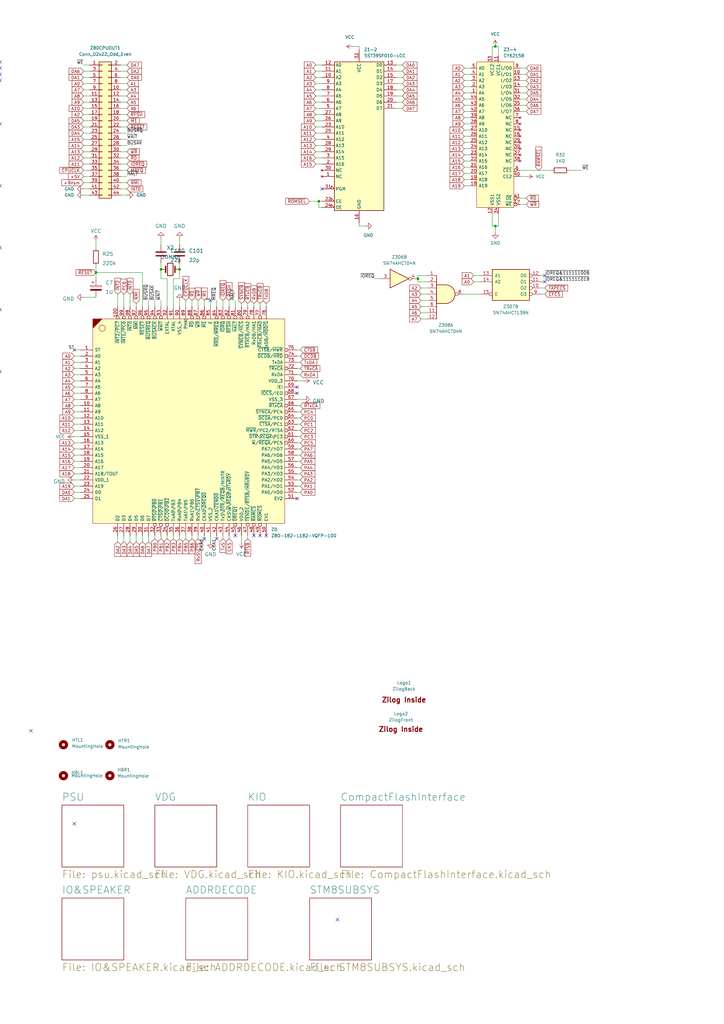
<source format=kicad_sch>
(kicad_sch (version 20211123) (generator eeschema)
  (paper "A3" portrait)
  (title_block (title "JupiterAceZ180") (date "2019-09-14") (rev "Alpha") (company "Ontobus") (comment 1 "John Bradley") (comment 2 "https://creativecommons.org/licenses/by-nc-sa/4.0/") (comment 3 "Attribution-NonCommercial-ShareAlike 4.0 International License.") (comment 4 "This work is licensed under a Creative Commons "))
  (junction (at 39.37 111.76))
  (junction (at 203.2 19.05))
  (junction (at 171.45 114.3))
  (junction (at 66.04 110.49))
  (junction (at 203.2 92.71))
  (junction (at 73.66 110.49))
  (junction (at 130.81 82.55))
  (no_connect (at 138.43 377.19))
  (no_connect (at 0 27.94))
  (no_connect (at -15.24 52.07))
  (no_connect (at -25.4 27.94))
  (no_connect (at -25.4 33.02))
  (no_connect (at -15.24 149.86))
  (no_connect (at 0 76.2))
  (no_connect (at 0 152.4))
  (no_connect (at 12.7 299.72))
  (no_connect (at -15.24 99.06))
  (no_connect (at -15.24 124.46))
  (no_connect (at 109.22 219.71))
  (no_connect (at -40.64 99.06))
  (no_connect (at 0 33.02))
  (no_connect (at 86.36 123.19))
  (no_connect (at -15.24 73.66))
  (no_connect (at 121.92 204.47))
  (no_connect (at 106.68 219.71))
  (no_connect (at 0 30.48))
  (no_connect (at -15.24 127))
  (no_connect (at 121.92 161.29))
  (no_connect (at 83.82 220.98))
  (no_connect (at 0 50.8))
  (no_connect (at -15.24 129.54))
  (no_connect (at 121.92 158.75))
  (no_connect (at 132.08 77.47))
  (no_connect (at -15.24 46.99))
  (no_connect (at -15.24 154.94))
  (no_connect (at 223.52 113.03))
  (no_connect (at 96.52 219.71))
  (no_connect (at -25.4 25.4))
  (no_connect (at -25.4 76.2))
  (no_connect (at -25.4 101.6))
  (no_connect (at -50.8 76.2))
  (no_connect (at -40.64 78.74))
  (no_connect (at 0 127))
  (no_connect (at -15.24 78.74))
  (no_connect (at 223.52 115.57))
  (no_connect (at -40.64 104.14))
  (no_connect (at -66.04 73.66))
  (no_connect (at 30.48 337.82))
  (no_connect (at 0 101.6))
  (no_connect (at -15.24 104.14))
  (no_connect (at -15.24 49.53))
  (no_connect (at 88.9 220.98))
  (no_connect (at 30.48 143.51))
  (no_connect (at -40.64 73.66))
  (no_connect (at 0 25.4))
  (no_connect (at 104.14 219.71))
  (no_connect (at -1.27 67.31))
  (no_connect (at -66.04 78.74))
  (no_connect (at -15.24 54.61))
  (wire (pts (xy 121.92 151.13) (xy 123.19 151.13)))
  (wire (pts (xy 121.92 196.85) (xy 123.19 196.85)))
  (wire (pts (xy 129.54 62.23) (xy 132.08 62.23)))
  (wire (pts (xy 53.34 219.71) (xy 53.34 222.25)))
  (wire (pts (xy 213.36 27.94) (xy 215.9 27.94)))
  (wire (pts (xy 99.06 219.71) (xy 99.06 222.25)))
  (wire (pts (xy 33.02 171.45) (xy 30.48 171.45)))
  (wire (pts (xy 222.25 118.11) (xy 223.52 118.11)))
  (wire (pts (xy 121.92 148.59) (xy 123.19 148.59)))
  (wire (pts (xy 63.5 219.71) (xy 63.5 220.98)))
  (wire (pts (xy 162.56 41.91) (xy 165.1 41.91)))
  (wire (pts (xy 204.47 92.71) (xy 204.47 87.63)))
  (wire (pts (xy 203.2 19.05) (xy 204.47 19.05)))
  (wire (pts (xy 129.54 52.07) (xy 132.08 52.07)))
  (wire (pts (xy 147.32 92.71) (xy 147.32 91.44)))
  (wire (pts (xy 33.02 163.83) (xy 30.48 163.83)))
  (wire (pts (xy 213.36 45.72) (xy 215.9 45.72)))
  (wire (pts (xy 132.08 34.29) (xy 129.54 34.29)))
  (wire (pts (xy 121.92 171.45) (xy 123.19 171.45)))
  (wire (pts (xy 50.8 219.71) (xy 50.8 222.25)))
  (wire (pts (xy 175.26 123.19) (xy 172.72 123.19)))
  (wire (pts (xy 33.02 146.05) (xy 30.48 146.05)))
  (wire (pts (xy 193.04 48.26) (xy 190.5 48.26)))
  (wire (pts (xy 99.06 125.73) (xy 99.06 124.46)))
  (wire (pts (xy 162.56 36.83) (xy 165.1 36.83)))
  (wire (pts (xy 55.88 219.71) (xy 55.88 222.25)))
  (wire (pts (xy 96.52 125.73) (xy 96.52 123.19)))
  (wire (pts (xy 190.5 60.96) (xy 193.04 60.96)))
  (wire (pts (xy 171.45 113.03) (xy 171.45 114.3)))
  (wire (pts (xy 106.68 125.73) (xy 106.68 124.46)))
  (wire (pts (xy 49.53 41.91) (xy 52.07 41.91)))
  (wire (pts (xy 33.02 166.37) (xy 30.48 166.37)))
  (wire (pts (xy 49.53 72.39) (xy 52.07 72.39)))
  (wire (pts (xy 121.92 194.31) (xy 123.19 194.31)))
  (wire (pts (xy 73.66 100.33) (xy 73.66 97.79)))
  (wire (pts (xy 213.36 81.28) (xy 215.9 81.28)))
  (wire (pts (xy 213.36 35.56) (xy 215.9 35.56)))
  (wire (pts (xy 36.83 46.99) (xy 34.29 46.99)))
  (wire (pts (xy 86.36 219.71) (xy 86.36 222.25)))
  (wire (pts (xy 33.02 173.99) (xy 30.48 173.99)))
  (wire (pts (xy 33.02 204.47) (xy 30.48 204.47)))
  (wire (pts (xy 175.26 113.03) (xy 171.45 113.03)))
  (wire (pts (xy 88.9 123.19) (xy 88.9 125.73)))
  (wire (pts (xy 76.2 125.73) (xy 76.2 123.19)))
  (wire (pts (xy 129.54 57.15) (xy 132.08 57.15)))
  (wire (pts (xy 129.54 39.37) (xy 132.08 39.37)))
  (wire (pts (xy 66.04 125.73) (xy 66.04 123.19)))
  (wire (pts (xy 193.04 30.48) (xy 190.5 30.48)))
  (wire (pts (xy 193.04 27.94) (xy 190.5 27.94)))
  (wire (pts (xy 36.83 34.29) (xy 34.29 34.29)))
  (wire (pts (xy 36.83 80.01) (xy 34.29 80.01)))
  (wire (pts (xy 49.53 57.15) (xy 52.07 57.15)))
  (wire (pts (xy 121.92 199.39) (xy 123.19 199.39)))
  (wire (pts (xy 36.83 26.67) (xy 34.29 26.67)))
  (wire (pts (xy 33.02 181.61) (xy 30.48 181.61)))
  (wire (pts (xy 172.72 130.81) (xy 175.26 130.81)))
  (wire (pts (xy 121.92 166.37) (xy 123.19 166.37)))
  (wire (pts (xy 58.42 219.71) (xy 58.42 222.25)))
  (wire (pts (xy 33.02 153.67) (xy 30.48 153.67)))
  (wire (pts (xy 49.53 46.99) (xy 52.07 46.99)))
  (wire (pts (xy 39.37 121.92) (xy 34.29 121.92)))
  (wire (pts (xy 171.45 115.57) (xy 175.26 115.57)))
  (wire (pts (xy 129.54 49.53) (xy 132.08 49.53)))
  (wire (pts (xy 104.14 125.73) (xy 104.14 124.46)))
  (wire (pts (xy 171.45 114.3) (xy 171.45 115.57)))
  (wire (pts (xy 36.83 69.85) (xy 34.29 69.85)))
  (wire (pts (xy 66.04 100.33) (xy 66.04 97.79)))
  (wire (pts (xy 175.26 128.27) (xy 172.72 128.27)))
  (wire (pts (xy 91.44 219.71) (xy 91.44 220.98)))
  (wire (pts (xy 58.42 111.76) (xy 39.37 111.76)))
  (wire (pts (xy 121.92 176.53) (xy 123.19 176.53)))
  (wire (pts (xy 36.83 57.15) (xy 34.29 57.15)))
  (wire (pts (xy 63.5 125.73) (xy 63.5 123.19)))
  (wire (pts (xy 129.54 54.61) (xy 132.08 54.61)))
  (wire (pts (xy 162.56 44.45) (xy 165.1 44.45)))
  (wire (pts (xy 33.02 196.85) (xy 30.48 196.85)))
  (wire (pts (xy 36.83 31.75) (xy 34.29 31.75)))
  (wire (pts (xy 49.53 64.77) (xy 52.07 64.77)))
  (wire (pts (xy 213.36 33.02) (xy 215.9 33.02)))
  (wire (pts (xy 190.5 71.12) (xy 193.04 71.12)))
  (wire (pts (xy 83.82 219.71) (xy 83.82 220.98)))
  (wire (pts (xy 129.54 67.31) (xy 132.08 67.31)))
  (wire (pts (xy 71.12 125.73) (xy 71.12 114.3)))
  (wire (pts (xy 66.04 114.3) (xy 66.04 110.49)))
  (wire (pts (xy 162.56 39.37) (xy 165.1 39.37)))
  (wire (pts (xy 129.54 64.77) (xy 132.08 64.77)))
  (wire (pts (xy 93.98 123.19) (xy 93.98 125.73)))
  (wire (pts (xy 193.04 55.88) (xy 190.5 55.88)))
  (wire (pts (xy 201.93 87.63) (xy 201.93 92.71)))
  (wire (pts (xy 196.85 115.57) (xy 194.31 115.57)))
  (wire (pts (xy 33.02 161.29) (xy 30.48 161.29)))
  (wire (pts (xy 213.36 43.18) (xy 215.9 43.18)))
  (wire (pts (xy 73.66 125.73) (xy 73.66 123.19)))
  (wire (pts (xy 162.56 26.67) (xy 165.1 26.67)))
  (wire (pts (xy 49.53 77.47) (xy 52.07 77.47)))
  (wire (pts (xy 121.92 181.61) (xy 123.19 181.61)))
  (wire (pts (xy 132.08 31.75) (xy 129.54 31.75)))
  (wire (pts (xy 109.22 125.73) (xy 109.22 124.46)))
  (wire (pts (xy 78.74 125.73) (xy 78.74 123.19)))
  (wire (pts (xy 83.82 125.73) (xy 83.82 123.19)))
  (wire (pts (xy 193.04 33.02) (xy 190.5 33.02)))
  (wire (pts (xy 222.25 113.03) (xy 223.52 113.03)))
  (wire (pts (xy 73.66 114.3) (xy 73.66 110.49)))
  (wire (pts (xy 68.58 125.73) (xy 68.58 114.3)))
  (wire (pts (xy 101.6 219.71) (xy 101.6 220.98)))
  (wire (pts (xy 121.92 179.07) (xy 123.19 179.07)))
  (wire (pts (xy 121.92 173.99) (xy 123.19 173.99)))
  (wire (pts (xy 78.74 219.71) (xy 78.74 220.98)))
  (wire (pts (xy 68.58 219.71) (xy 68.58 220.98)))
  (wire (pts (xy 71.12 114.3) (xy 73.66 114.3)))
  (wire (pts (xy 60.96 125.73) (xy 60.96 123.19)))
  (wire (pts (xy 196.85 113.03) (xy 194.31 113.03)))
  (wire (pts (xy 193.04 35.56) (xy 190.5 35.56)))
  (wire (pts (xy 33.02 179.07) (xy 30.48 179.07)))
  (wire (pts (xy 213.36 30.48) (xy 215.9 30.48)))
  (wire (pts (xy 129.54 41.91) (xy 132.08 41.91)))
  (wire (pts (xy 36.83 62.23) (xy 34.29 62.23)))
  (wire (pts (xy 213.36 40.64) (xy 215.9 40.64)))
  (wire (pts (xy 36.83 54.61) (xy 34.29 54.61)))
  (wire (pts (xy 60.96 219.71) (xy 60.96 222.25)))
  (wire (pts (xy 190.5 68.58) (xy 193.04 68.58)))
  (wire (pts (xy 49.53 49.53) (xy 52.07 49.53)))
  (wire (pts (xy 129.54 44.45) (xy 132.08 44.45)))
  (wire (pts (xy 33.02 168.91) (xy 30.48 168.91)))
  (wire (pts (xy 121.92 143.51) (xy 123.19 143.51)))
  (wire (pts (xy 55.88 125.73) (xy 55.88 124.46)))
  (wire (pts (xy 213.36 72.39) (xy 215.9 72.39)))
  (wire (pts (xy 39.37 99.06) (xy 39.37 101.6)))
  (wire (pts (xy 193.04 53.34) (xy 190.5 53.34)))
  (wire (pts (xy 175.26 118.11) (xy 172.72 118.11)))
  (wire (pts (xy 36.83 29.21) (xy 34.29 29.21)))
  (wire (pts (xy 149.86 92.71) (xy 147.32 92.71)))
  (wire (pts (xy 162.56 31.75) (xy 165.1 31.75)))
  (wire (pts (xy 86.36 125.73) (xy 86.36 123.19)))
  (wire (pts (xy 33.02 176.53) (xy 30.48 176.53)))
  (wire (pts (xy 190.5 63.5) (xy 193.04 63.5)))
  (wire (pts (xy 36.83 39.37) (xy 34.29 39.37)))
  (wire (pts (xy 48.26 125.73) (xy 48.26 120.65)))
  (wire (pts (xy 36.83 67.31) (xy 34.29 67.31)))
  (wire (pts (xy 39.37 109.22) (xy 39.37 111.76)))
  (wire (pts (xy 33.02 201.93) (xy 30.48 201.93)))
  (wire (pts (xy 36.83 41.91) (xy 34.29 41.91)))
  (wire (pts (xy 93.98 219.71) (xy 93.98 220.98)))
  (wire (pts (xy 73.66 110.49) (xy 73.66 107.95)))
  (wire (pts (xy 73.66 219.71) (xy 73.66 220.98)))
  (wire (pts (xy 193.04 43.18) (xy 190.5 43.18)))
  (wire (pts (xy 36.83 36.83) (xy 34.29 36.83)))
  (wire (pts (xy 162.56 34.29) (xy 165.1 34.29)))
  (wire (pts (xy 36.83 44.45) (xy 34.29 44.45)))
  (wire (pts (xy 196.85 120.65) (xy 190.5 120.65)))
  (wire (pts (xy 33.02 143.51) (xy 30.48 143.51)))
  (wire (pts (xy 129.54 59.69) (xy 132.08 59.69)))
  (wire (pts (xy 121.92 201.93) (xy 123.19 201.93)))
  (wire (pts (xy 33.02 158.75) (xy 30.48 158.75)))
  (wire (pts (xy 233.68 69.85) (xy 238.76 69.85)))
  (wire (pts (xy 66.04 110.49) (xy 66.04 107.95)))
  (wire (pts (xy 50.8 125.73) (xy 50.8 120.65)))
  (wire (pts (xy 88.9 219.71) (xy 88.9 220.98)))
  (wire (pts (xy 49.53 80.01) (xy 52.07 80.01)))
  (wire (pts (xy 49.53 52.07) (xy 52.07 52.07)))
  (wire (pts (xy 49.53 69.85) (xy 52.07 69.85)))
  (wire (pts (xy 33.02 184.15) (xy 30.48 184.15)))
  (wire (pts (xy 81.28 219.71) (xy 81.28 220.98)))
  (wire (pts (xy 49.53 54.61) (xy 52.07 54.61)))
  (wire (pts (xy 49.53 44.45) (xy 52.07 44.45)))
  (wire (pts (xy 222.25 115.57) (xy 223.52 115.57)))
  (wire (pts (xy 193.04 45.72) (xy 190.5 45.72)))
  (wire (pts (xy 201.93 92.71) (xy 203.2 92.71)))
  (wire (pts (xy 204.47 19.05) (xy 204.47 22.86)))
  (wire (pts (xy 213.36 69.85) (xy 226.06 69.85)))
  (wire (pts (xy 36.83 72.39) (xy 34.29 72.39)))
  (wire (pts (xy 49.53 26.67) (xy 52.07 26.67)))
  (wire (pts (xy 172.72 120.65) (xy 175.26 120.65)))
  (wire (pts (xy 203.2 95.25) (xy 203.2 92.71)))
  (wire (pts (xy 33.02 151.13) (xy 30.48 151.13)))
  (wire (pts (xy 127 82.55) (xy 130.81 82.55)))
  (wire (pts (xy 129.54 46.99) (xy 132.08 46.99)))
  (wire (pts (xy 49.53 29.21) (xy 52.07 29.21)))
  (wire (pts (xy 39.37 111.76) (xy 39.37 114.3)))
  (wire (pts (xy 153.67 114.3) (xy 156.21 114.3)))
  (wire (pts (xy 121.92 146.05) (xy 123.19 146.05)))
  (wire (pts (xy 33.02 199.39) (xy 30.48 199.39)))
  (wire (pts (xy 53.34 125.73) (xy 53.34 120.65)))
  (wire (pts (xy 190.5 73.66) (xy 193.04 73.66)))
  (wire (pts (xy 66.04 219.71) (xy 66.04 220.98)))
  (wire (pts (xy 33.02 191.77) (xy 30.48 191.77)))
  (wire (pts (xy 49.53 36.83) (xy 52.07 36.83)))
  (wire (pts (xy 132.08 26.67) (xy 129.54 26.67)))
  (wire (pts (xy 76.2 219.71) (xy 76.2 220.98)))
  (wire (pts (xy 193.04 50.8) (xy 190.5 50.8)))
  (wire (pts (xy 121.92 163.83) (xy 124.46 163.83)))
  (wire (pts (xy 58.42 125.73) (xy 58.42 111.76)))
  (wire (pts (xy 36.83 64.77) (xy 34.29 64.77)))
  (wire (pts (xy 121.92 184.15) (xy 123.19 184.15)))
  (wire (pts (xy 121.92 156.21) (xy 124.46 156.21)))
  (wire (pts (xy 49.53 62.23) (xy 52.07 62.23)))
  (wire (pts (xy 49.53 31.75) (xy 52.07 31.75)))
  (wire (pts (xy 36.83 59.69) (xy 34.29 59.69)))
  (wire (pts (xy 121.92 189.23) (xy 123.19 189.23)))
  (wire (pts (xy 33.02 194.31) (xy 30.48 194.31)))
  (wire (pts (xy 203.2 92.71) (xy 204.47 92.71)))
  (wire (pts (xy 121.92 168.91) (xy 123.19 168.91)))
  (wire (pts (xy 52.07 74.93) (xy 49.53 74.93)))
  (wire (pts (xy 68.58 114.3) (xy 66.04 114.3)))
  (wire (pts (xy 147.32 19.05) (xy 144.78 19.05)))
  (wire (pts (xy 36.83 52.07) (xy 34.29 52.07)))
  (wire (pts (xy 132.08 85.09) (xy 130.81 85.09)))
  (wire (pts (xy 36.83 74.93) (xy 34.29 74.93)))
  (wire (pts (xy 190.5 76.2) (xy 193.04 76.2)))
  (wire (pts (xy 121.92 153.67) (xy 123.19 153.67)))
  (wire (pts (xy 213.36 38.1) (xy 215.9 38.1)))
  (wire (pts (xy 33.02 186.69) (xy 30.48 186.69)))
  (wire (pts (xy 130.81 85.09) (xy 130.81 82.55)))
  (wire (pts (xy 36.83 49.53) (xy 34.29 49.53)))
  (wire (pts (xy 193.04 40.64) (xy 190.5 40.64)))
  (wire (pts (xy 132.08 82.55) (xy 130.81 82.55)))
  (wire (pts (xy 49.53 39.37) (xy 52.07 39.37)))
  (wire (pts (xy 162.56 29.21) (xy 165.1 29.21)))
  (wire (pts (xy 81.28 125.73) (xy 81.28 123.19)))
  (wire (pts (xy 222.25 120.65) (xy 223.52 120.65)))
  (wire (pts (xy 129.54 36.83) (xy 132.08 36.83)))
  (wire (pts (xy 193.04 38.1) (xy 190.5 38.1)))
  (wire (pts (xy 33.02 148.59) (xy 30.48 148.59)))
  (wire (pts (xy 172.72 125.73) (xy 175.26 125.73)))
  (wire (pts (xy 49.53 67.31) (xy 52.07 67.31)))
  (wire (pts (xy 190.5 66.04) (xy 193.04 66.04)))
  (wire (pts (xy 101.6 125.73) (xy 101.6 124.46)))
  (wire (pts (xy 132.08 29.21) (xy 129.54 29.21)))
  (wire (pts (xy 49.53 59.69) (xy 52.07 59.69)))
  (wire (pts (xy 193.04 58.42) (xy 190.5 58.42)))
  (wire (pts (xy 121.92 186.69) (xy 123.19 186.69)))
  (wire (pts (xy 71.12 219.71) (xy 71.12 220.98)))
  (wire (pts (xy 33.02 156.21) (xy 30.48 156.21)))
  (wire (pts (xy 147.32 20.32) (xy 147.32 19.05)))
  (wire (pts (xy 34.29 77.47) (xy 36.83 77.47)))
  (wire (pts (xy 201.93 22.86) (xy 201.93 19.05)))
  (wire (pts (xy 91.44 125.73) (xy 91.44 123.19)))
  (wire (pts (xy 33.02 189.23) (xy 30.48 189.23)))
  (wire (pts (xy 121.92 191.77) (xy 123.19 191.77)))
  (wire (pts (xy 48.26 219.71) (xy 48.26 222.25)))
  (wire (pts (xy 213.36 83.82) (xy 215.9 83.82)))
  (wire (pts (xy 49.53 34.29) (xy 52.07 34.29)))
  (wire (pts (xy 201.93 19.05) (xy 203.2 19.05)))
  (label "~{BUSRQ}" (at 60.96 123.19 90))
  (label "~{MREQ}" (at 88.9 123.19 90))
  (label "E" (at 86.36 123.19 90))
  (label "CKA1" (at 88.9 220.98 270))
  (label "~{BUSAK}" (at 52.07 59.69 0))
  (label "CKA0" (at 83.82 220.98 270))
  (label "ST" (at 30.48 143.51 180))
  (label "~{IOREQ&11111100B}" (at 223.52 113.03 0))
  (label "~{HALT}" (at 52.07 72.39 0))
  (label "~{HALT}" (at 96.52 123.19 90))
  (label "~{WAIT}" (at 52.07 57.15 0))
  (label "~{WAIT}" (at 66.04 123.19 90))
  (label "~{IOREQ}" (at 153.67 114.3 180))
  (label "~{IOREQ&11111101B}" (at 223.52 115.57 0))
  (label "~{WE}" (at 238.76 69.85 0))
  (label "~{WE}" (at 34.29 26.67 180))
  (label "~{BUSAK}" (at 63.5 123.19 90))
  (label "~{BUSRQ}" (at 52.07 54.61 0))
  (global_label "A9" (shape input) (at 129.54 49.53 180) (property "Intersheet References" "${INTERSHEET_REFS}" (at 124.9177 49.4506 0) (effects (justify right))))
  (global_label "A5" (shape input) (at 52.07 41.91 0) (property "Intersheet References" "${INTERSHEET_REFS}" (at 56.6923 41.8306 0) (effects (justify left))))
  (global_label "A2" (shape input) (at 190.5 33.02 180) (property "Intersheet References" "${INTERSHEET_REFS}" (at 185.8777 32.9406 0) (effects (justify right))))
  (global_label "PA6" (shape input) (at 123.19 186.69 0) (property "Intersheet References" "${INTERSHEET_REFS}" (at 129.0823 186.6106 0) (effects (justify left))))
  (global_label "A5" (shape input) (at 172.72 125.73 180) (property "Intersheet References" "${INTERSHEET_REFS}" (at 168.0977 125.6506 0) (effects (justify right))))
  (global_label "A5" (shape input) (at 190.5 40.64 180) (property "Intersheet References" "${INTERSHEET_REFS}" (at 185.8777 40.5606 0) (effects (justify right))))
  (global_label "DA6" (shape input) (at 58.42 222.25 270) (property "Intersheet References" "${INTERSHEET_REFS}" (at 58.3406 228.1423 90) (effects (justify right))))
  (global_label "A15" (shape input) (at 190.5 66.04 180) (property "Intersheet References" "${INTERSHEET_REFS}" (at 184.6682 65.9606 0) (effects (justify right))))
  (global_label "PA7" (shape input) (at 123.19 184.15 0) (property "Intersheet References" "${INTERSHEET_REFS}" (at 129.0823 184.0706 0) (effects (justify left))))
  (global_label "A7" (shape input) (at 34.29 36.83 180) (property "Intersheet References" "${INTERSHEET_REFS}" (at 29.6677 36.7506 0) (effects (justify right))))
  (global_label "DA0" (shape input) (at 165.1 26.67 0) (property "Intersheet References" "${INTERSHEET_REFS}" (at 170.9923 26.5906 0) (effects (justify left))))
  (global_label "A13" (shape input) (at 190.5 60.96 180) (property "Intersheet References" "${INTERSHEET_REFS}" (at 184.6682 60.8806 0) (effects (justify right))))
  (global_label "~{RTxCA}" (shape input) (at 123.19 166.37 0) (property "Intersheet References" "${INTERSHEET_REFS}" (at 131.1385 166.2906 0) (effects (justify left))))
  (global_label "DA4" (shape input) (at 165.1 36.83 0) (property "Intersheet References" "${INTERSHEET_REFS}" (at 170.9923 36.7506 0) (effects (justify left))))
  (global_label "~{RAMSEL}" (shape input) (at 220.98 69.85 90) (property "Intersheet References" "${INTERSHEET_REFS}" (at 220.9006 60.3291 90) (effects (justify left))))
  (global_label "A14" (shape input) (at 30.48 184.15 180) (property "Intersheet References" "${INTERSHEET_REFS}" (at 24.6482 184.0706 0) (effects (justify right))))
  (global_label "CKS" (shape input) (at 93.98 220.98 270) (property "Intersheet References" "${INTERSHEET_REFS}" (at 93.9006 227.0537 90) (effects (justify right))))
  (global_label "PC1" (shape input) (at 123.19 173.99 0) (property "Intersheet References" "${INTERSHEET_REFS}" (at 129.2637 173.9106 0) (effects (justify left))))
  (global_label "A6" (shape input) (at 172.72 128.27 180) (property "Intersheet References" "${INTERSHEET_REFS}" (at 168.0977 128.1906 0) (effects (justify right))))
  (global_label "A0" (shape input) (at 194.31 115.57 180) (property "Intersheet References" "${INTERSHEET_REFS}" (at 189.6877 115.4906 0) (effects (justify right))))
  (global_label "~{CFCS}" (shape input) (at 223.52 120.65 0) (property "Intersheet References" "${INTERSHEET_REFS}" (at 230.6823 120.5706 0) (effects (justify left))))
  (global_label "DA7" (shape input) (at 52.07 26.67 0) (property "Intersheet References" "${INTERSHEET_REFS}" (at 57.9623 26.5906 0) (effects (justify left))))
  (global_label "~{WR}" (shape input) (at 52.07 62.23 0) (property "Intersheet References" "${INTERSHEET_REFS}" (at 57.1156 62.1506 0) (effects (justify left))))
  (global_label "PC3" (shape input) (at 123.19 179.07 0) (property "Intersheet References" "${INTERSHEET_REFS}" (at 129.2637 178.9906 0) (effects (justify left))))
  (global_label "DA0" (shape input) (at 215.9 27.94 0) (property "Intersheet References" "${INTERSHEET_REFS}" (at 221.7923 27.8606 0) (effects (justify left))))
  (global_label "A6" (shape input) (at 129.54 41.91 180) (property "Intersheet References" "${INTERSHEET_REFS}" (at 124.9177 41.8306 0) (effects (justify right))))
  (global_label "A2" (shape input) (at 129.54 31.75 180) (property "Intersheet References" "${INTERSHEET_REFS}" (at 124.9177 31.6706 0) (effects (justify right))))
  (global_label "PC5" (shape input) (at 123.19 181.61 0) (property "Intersheet References" "${INTERSHEET_REFS}" (at 129.2637 181.5306 0) (effects (justify left))))
  (global_label "A7" (shape input) (at 30.48 163.83 180) (property "Intersheet References" "${INTERSHEET_REFS}" (at 25.8577 163.7506 0) (effects (justify right))))
  (global_label "~{RD}" (shape input) (at 215.9 81.28 0) (property "Intersheet References" "${INTERSHEET_REFS}" (at 220.7642 81.2006 0) (effects (justify left))))
  (global_label "+9Vsm" (shape input) (at 34.29 74.93 180) (property "Intersheet References" "${INTERSHEET_REFS}" (at 25.3739 74.8506 0) (effects (justify right))))
  (global_label "A11" (shape input) (at 30.48 173.99 180) (property "Intersheet References" "${INTERSHEET_REFS}" (at 24.6482 173.9106 0) (effects (justify right))))
  (global_label "PB0" (shape input) (at 63.5 220.98 270) (property "Intersheet References" "${INTERSHEET_REFS}" (at 63.4206 227.0537 90) (effects (justify right))))
  (global_label "A18" (shape input) (at 190.5 73.66 180) (property "Intersheet References" "${INTERSHEET_REFS}" (at 184.6682 73.5806 0) (effects (justify right))))
  (global_label "~{RESET}" (shape input) (at 39.37 111.76 180) (property "Intersheet References" "${INTERSHEET_REFS}" (at 31.3006 111.6806 0) (effects (justify right))))
  (global_label "DA4" (shape input) (at 34.29 54.61 180) (property "Intersheet References" "${INTERSHEET_REFS}" (at 28.3977 54.5306 0) (effects (justify right))))
  (global_label "A19" (shape input) (at 30.48 199.39 180) (property "Intersheet References" "${INTERSHEET_REFS}" (at 24.6482 199.3106 0) (effects (justify right))))
  (global_label "~{INT0}" (shape input) (at 52.07 77.47 0) (property "Intersheet References" "${INTERSHEET_REFS}" (at 58.5066 77.3906 0) (effects (justify left))))
  (global_label "DA7" (shape input) (at 60.96 222.25 270) (property "Intersheet References" "${INTERSHEET_REFS}" (at 60.8806 228.1423 90) (effects (justify right))))
  (global_label "A7" (shape input) (at 129.54 44.45 180) (property "Intersheet References" "${INTERSHEET_REFS}" (at 124.9177 44.3706 0) (effects (justify right))))
  (global_label "~{RD}" (shape input) (at 78.74 123.19 90) (property "Intersheet References" "${INTERSHEET_REFS}" (at 78.6606 118.3258 90) (effects (justify left))))
  (global_label "PA2" (shape input) (at 123.19 196.85 0) (property "Intersheet References" "${INTERSHEET_REFS}" (at 129.0823 196.7706 0) (effects (justify left))))
  (global_label "A4" (shape input) (at 30.48 156.21 180) (property "Intersheet References" "${INTERSHEET_REFS}" (at 25.8577 156.1306 0) (effects (justify right))))
  (global_label "A12" (shape input) (at 190.5 58.42 180) (property "Intersheet References" "${INTERSHEET_REFS}" (at 184.6682 58.3406 0) (effects (justify right))))
  (global_label "A1" (shape input) (at 194.31 113.03 180) (property "Intersheet References" "${INTERSHEET_REFS}" (at 189.6877 112.9506 0) (effects (justify right))))
  (global_label "A4" (shape input) (at 172.72 123.19 180) (property "Intersheet References" "${INTERSHEET_REFS}" (at 168.0977 123.1106 0) (effects (justify right))))
  (global_label "A10" (shape input) (at 30.48 171.45 180) (property "Intersheet References" "${INTERSHEET_REFS}" (at 24.6482 171.3706 0) (effects (justify right))))
  (global_label "~{INT0}" (shape input) (at 53.34 120.65 90) (property "Intersheet References" "${INTERSHEET_REFS}" (at 53.2606 114.2134 90) (effects (justify left))))
  (global_label "A18" (shape input) (at 30.48 194.31 180) (property "Intersheet References" "${INTERSHEET_REFS}" (at 24.6482 194.2306 0) (effects (justify right))))
  (global_label "RxDB" (shape input) (at 104.14 124.46 90) (property "Intersheet References" "${INTERSHEET_REFS}" (at 104.0606 117.2977 90) (effects (justify left))))
  (global_label "~{TRxCA}" (shape input) (at 123.19 151.13 0) (property "Intersheet References" "${INTERSHEET_REFS}" (at 131.1385 151.0506 0) (effects (justify left))))
  (global_label "A2" (shape input) (at 30.48 151.13 180) (property "Intersheet References" "${INTERSHEET_REFS}" (at 25.8577 151.0506 0) (effects (justify right))))
  (global_label "A11" (shape input) (at 190.5 55.88 180) (property "Intersheet References" "${INTERSHEET_REFS}" (at 184.6682 55.8006 0) (effects (justify right))))
  (global_label "DA3" (shape input) (at 50.8 222.25 270) (property "Intersheet References" "${INTERSHEET_REFS}" (at 50.7206 228.1423 90) (effects (justify right))))
  (global_label "A14" (shape input) (at 34.29 59.69 180) (property "Intersheet References" "${INTERSHEET_REFS}" (at 28.4582 59.6106 0) (effects (justify right))))
  (global_label "A0" (shape input) (at 129.54 26.67 180) (property "Intersheet References" "${INTERSHEET_REFS}" (at 124.9177 26.5906 0) (effects (justify right))))
  (global_label "A12" (shape input) (at 129.54 57.15 180) (property "Intersheet References" "${INTERSHEET_REFS}" (at 123.7082 57.0706 0) (effects (justify right))))
  (global_label "A9" (shape input) (at 30.48 168.91 180) (property "Intersheet References" "${INTERSHEET_REFS}" (at 25.8577 168.8306 0) (effects (justify right))))
  (global_label "A10" (shape input) (at 34.29 44.45 180) (property "Intersheet References" "${INTERSHEET_REFS}" (at 28.4582 44.3706 0) (effects (justify right))))
  (global_label "PC4" (shape input) (at 123.19 168.91 0) (property "Intersheet References" "${INTERSHEET_REFS}" (at 129.2637 168.8306 0) (effects (justify left))))
  (global_label "DA5" (shape input) (at 55.88 222.25 270) (property "Intersheet References" "${INTERSHEET_REFS}" (at 55.8006 228.1423 90) (effects (justify right))))
  (global_label "DA1" (shape input) (at 34.29 31.75 180) (property "Intersheet References" "${INTERSHEET_REFS}" (at 28.3977 31.6706 0) (effects (justify right))))
  (global_label "A5" (shape input) (at 30.48 158.75 180) (property "Intersheet References" "${INTERSHEET_REFS}" (at 25.8577 158.6706 0) (effects (justify right))))
  (global_label "~{NMI}" (shape input) (at 55.88 124.46 90) (property "Intersheet References" "${INTERSHEET_REFS}" (at 55.8006 118.7491 90) (effects (justify left))))
  (global_label "A3" (shape input) (at 52.07 36.83 0) (property "Intersheet References" "${INTERSHEET_REFS}" (at 56.6923 36.7506 0) (effects (justify left))))
  (global_label "A7" (shape input) (at 172.72 130.81 180) (property "Intersheet References" "${INTERSHEET_REFS}" (at 168.0977 130.7306 0) (effects (justify right))))
  (global_label "DA1" (shape input) (at 215.9 30.48 0) (property "Intersheet References" "${INTERSHEET_REFS}" (at 221.7923 30.4006 0) (effects (justify left))))
  (global_label "~{TAPECS}" (shape input) (at 223.52 118.11 0) (property "Intersheet References" "${INTERSHEET_REFS}" (at 232.799 118.0306 0) (effects (justify left))))
  (global_label "A12" (shape input) (at 30.48 176.53 180) (property "Intersheet References" "${INTERSHEET_REFS}" (at 24.6482 176.4506 0) (effects (justify right))))
  (global_label "A15" (shape input) (at 34.29 57.15 180) (property "Intersheet References" "${INTERSHEET_REFS}" (at 28.4582 57.0706 0) (effects (justify right))))
  (global_label "A19" (shape input) (at 190.5 76.2 180) (property "Intersheet References" "${INTERSHEET_REFS}" (at 184.6682 76.1206 0) (effects (justify right))))
  (global_label "~{M1}" (shape input) (at 83.82 123.19 90) (property "Intersheet References" "${INTERSHEET_REFS}" (at 83.7406 118.2048 90) (effects (justify left))))
  (global_label "A0" (shape input) (at 34.29 34.29 180) (property "Intersheet References" "${INTERSHEET_REFS}" (at 29.6677 34.2106 0) (effects (justify right))))
  (global_label "DA5" (shape input) (at 215.9 38.1 0) (property "Intersheet References" "${INTERSHEET_REFS}" (at 221.7923 38.0206 0) (effects (justify left))))
  (global_label "A4" (shape input) (at 190.5 38.1 180) (property "Intersheet References" "${INTERSHEET_REFS}" (at 185.8777 38.0206 0) (effects (justify right))))
  (global_label "DA2" (shape input) (at 48.26 222.25 270) (property "Intersheet References" "${INTERSHEET_REFS}" (at 48.1806 228.1423 90) (effects (justify right))))
  (global_label "A1" (shape input) (at 190.5 30.48 180) (property "Intersheet References" "${INTERSHEET_REFS}" (at 185.8777 30.4006 0) (effects (justify right))))
  (global_label "PC6" (shape input) (at 50.8 120.65 90) (property "Intersheet References" "${INTERSHEET_REFS}" (at 50.7206 114.5763 90) (effects (justify left))))
  (global_label "A8" (shape input) (at 129.54 46.99 180) (property "Intersheet References" "${INTERSHEET_REFS}" (at 124.9177 46.9106 0) (effects (justify right))))
  (global_label "+5V" (shape input) (at 34.29 72.39 180) (property "Intersheet References" "${INTERSHEET_REFS}" (at 28.0953 72.3106 0) (effects (justify right))))
  (global_label "A13" (shape input) (at 129.54 59.69 180) (property "Intersheet References" "${INTERSHEET_REFS}" (at 123.7082 59.6106 0) (effects (justify right))))
  (global_label "DA3" (shape input) (at 215.9 35.56 0) (property "Intersheet References" "${INTERSHEET_REFS}" (at 221.7923 35.4806 0) (effects (justify left))))
  (global_label "TxS" (shape input) (at 91.44 220.98 270) (property "Intersheet References" "${INTERSHEET_REFS}" (at 91.3606 226.5094 90) (effects (justify right))))
  (global_label "A15" (shape input) (at 30.48 186.69 180) (property "Intersheet References" "${INTERSHEET_REFS}" (at 24.6482 186.6106 0) (effects (justify right))))
  (global_label "PA3" (shape input) (at 123.19 194.31 0) (property "Intersheet References" "${INTERSHEET_REFS}" (at 129.0823 194.2306 0) (effects (justify left))))
  (global_label "A4" (shape input) (at 52.07 39.37 0) (property "Intersheet References" "${INTERSHEET_REFS}" (at 56.6923 39.2906 0) (effects (justify left))))
  (global_label "PB5" (shape input) (at 76.2 220.98 270) (property "Intersheet References" "${INTERSHEET_REFS}" (at 76.1206 227.0537 90) (effects (justify right))))
  (global_label "A5" (shape input) (at 129.54 39.37 180) (property "Intersheet References" "${INTERSHEET_REFS}" (at 124.9177 39.2906 0) (effects (justify right))))
  (global_label "A11" (shape input) (at 129.54 54.61 180) (property "Intersheet References" "${INTERSHEET_REFS}" (at 123.7082 54.5306 0) (effects (justify right))))
  (global_label "A6" (shape input) (at 30.48 161.29 180) (property "Intersheet References" "${INTERSHEET_REFS}" (at 25.8577 161.2106 0) (effects (justify right))))
  (global_label "DA2" (shape input) (at 52.07 29.21 0) (property "Intersheet References" "${INTERSHEET_REFS}" (at 57.9623 29.1306 0) (effects (justify left))))
  (global_label "~{RTSB}" (shape input) (at 101.6 220.98 270) (property "Intersheet References" "${INTERSHEET_REFS}" (at 101.5206 228.0213 90) (effects (justify right))))
  (global_label "~{WR}" (shape input) (at 215.9 83.82 0) (property "Intersheet References" "${INTERSHEET_REFS}" (at 220.9456 83.7406 0) (effects (justify left))))
  (global_label "TxDB" (shape input) (at 109.22 124.46 90) (property "Intersheet References" "${INTERSHEET_REFS}" (at 109.1406 117.6001 90) (effects (justify left))))
  (global_label "~{ROMSEL}" (shape input) (at 127 82.55 180) (property "Intersheet References" "${INTERSHEET_REFS}" (at 117.2372 82.4706 0) (effects (justify right))))
  (global_label "PB3" (shape input) (at 71.12 220.98 270) (property "Intersheet References" "${INTERSHEET_REFS}" (at 71.0406 227.0537 90) (effects (justify right))))
  (global_label "A1" (shape input) (at 52.07 34.29 0) (property "Intersheet References" "${INTERSHEET_REFS}" (at 56.6923 34.2106 0) (effects (justify left))))
  (global_label "PA1" (shape input) (at 123.19 199.39 0) (property "Intersheet References" "${INTERSHEET_REFS}" (at 129.0823 199.3106 0) (effects (justify left))))
  (global_label "A0" (shape input) (at 190.5 27.94 180) (property "Intersheet References" "${INTERSHEET_REFS}" (at 185.8777 27.8606 0) (effects (justify right))))
  (global_label "A3" (shape input) (at 30.48 153.67 180) (property "Intersheet References" "${INTERSHEET_REFS}" (at 25.8577 153.5906 0) (effects (justify right))))
  (global_label "A15" (shape input) (at 129.54 67.31 180) (property "Intersheet References" "${INTERSHEET_REFS}" (at 123.7082 67.2306 0) (effects (justify right))))
  (global_label "DA6" (shape input) (at 215.9 43.18 0) (property "Intersheet References" "${INTERSHEET_REFS}" (at 221.7923 43.1006 0) (effects (justify left))))
  (global_label "A11" (shape input) (at 34.29 67.31 180) (property "Intersheet References" "${INTERSHEET_REFS}" (at 28.4582 67.2306 0) (effects (justify right))))
  (global_label "~{DCDB}" (shape input) (at 123.19 146.05 0) (property "Intersheet References" "${INTERSHEET_REFS}" (at 130.5942 145.9706 0) (effects (justify left))))
  (global_label "DA6" (shape input) (at 34.29 29.21 180) (property "Intersheet References" "${INTERSHEET_REFS}" (at 28.3977 29.1306 0) (effects (justify right))))
  (global_label "A16" (shape input) (at 129.54 64.77 180) (property "Intersheet References" "${INTERSHEET_REFS}" (at 123.7082 64.6906 0) (effects (justify right))))
  (global_label "~{SYNCB}" (shape input) (at 99.06 124.46 90) (property "Intersheet References" "${INTERSHEET_REFS}" (at 98.9806 115.9672 90) (effects (justify left))))
  (global_label "~{M1}" (shape input) (at 52.07 49.53 0) (property "Intersheet References" "${INTERSHEET_REFS}" (at 57.0552 49.4506 0) (effects (justify left))))
  (global_label "A13" (shape input) (at 30.48 181.61 180) (property "Intersheet References" "${INTERSHEET_REFS}" (at 24.6482 181.5306 0) (effects (justify right))))
  (global_label "A16" (shape input) (at 190.5 68.58 180) (property "Intersheet References" "${INTERSHEET_REFS}" (at 184.6682 68.5006 0) (effects (justify right))))
  (global_label "DA2" (shape input) (at 165.1 31.75 0) (property "Intersheet References" "${INTERSHEET_REFS}" (at 170.9923 31.6706 0) (effects (justify left))))
  (global_label "DA5" (shape input) (at 34.29 49.53 180) (property "Intersheet References" "${INTERSHEET_REFS}" (at 28.3977 49.4506 0) (effects (justify right))))
  (global_label "DA4" (shape input) (at 53.34 222.25 270) (property "Intersheet References" "${INTERSHEET_REFS}" (at 53.2606 228.1423 90) (effects (justify right))))
  (global_label "~{RFSH}" (shape input) (at 93.98 123.19 90) (property "Intersheet References" "${INTERSHEET_REFS}" (at 93.9006 115.9672 90) (effects (justify left))))
  (global_label "PB1" (shape input) (at 66.04 220.98 270) (property "Intersheet References" "${INTERSHEET_REFS}" (at 65.9606 227.0537 90) (effects (justify right))))
  (global_label "~{MREQ}" (shape input) (at 52.07 69.85 0) (property "Intersheet References" "${INTERSHEET_REFS}" (at 59.5952 69.7706 0) (effects (justify left))))
  (global_label "~{IOREQ}" (shape input) (at 91.44 123.19 90) (property "Intersheet References" "${INTERSHEET_REFS}" (at 91.3606 115.181 90) (effects (justify left))))
  (global_label "TxDA" (shape input) (at 123.19 148.59 0) (property "Intersheet References" "${INTERSHEET_REFS}" (at 129.8685 148.5106 0) (effects (justify left))))
  (global_label "A10" (shape input) (at 129.54 52.07 180) (property "Intersheet References" "${INTERSHEET_REFS}" (at 123.7082 51.9906 0) (effects (justify right))))
  (global_label "~{NMI}" (shape input) (at 52.07 74.93 0) (property "Intersheet References" "${INTERSHEET_REFS}" (at 57.7809 74.8506 0) (effects (justify left))))
  (global_label "~{RD}" (shape input) (at 52.07 64.77 0) (property "Intersheet References" "${INTERSHEET_REFS}" (at 56.9342 64.6906 0) (effects (justify left))))
  (global_label "DA2" (shape input) (at 215.9 33.02 0) (property "Intersheet References" "${INTERSHEET_REFS}" (at 221.7923 32.9406 0) (effects (justify left))))
  (global_label "A9" (shape input) (at 34.29 41.91 180) (property "Intersheet References" "${INTERSHEET_REFS}" (at 29.6677 41.8306 0) (effects (justify right))))
  (global_label "A1" (shape input) (at 129.54 29.21 180) (property "Intersheet References" "${INTERSHEET_REFS}" (at 124.9177 29.1306 0) (effects (justify right))))
  (global_label "A3" (shape input) (at 129.54 34.29 180) (property "Intersheet References" "${INTERSHEET_REFS}" (at 124.9177 34.2106 0) (effects (justify right))))
  (global_label "PB6" (shape input) (at 78.74 220.98 270) (property "Intersheet References" "${INTERSHEET_REFS}" (at 78.6606 227.0537 90) (effects (justify right))))
  (global_label "PC2" (shape input) (at 123.19 176.53 0) (property "Intersheet References" "${INTERSHEET_REFS}" (at 129.2637 176.4506 0) (effects (justify left))))
  (global_label "PB2" (shape input) (at 68.58 220.98 270) (property "Intersheet References" "${INTERSHEET_REFS}" (at 68.5006 227.0537 90) (effects (justify right))))
  (global_label "A13" (shape input) (at 34.29 62.23 180) (property "Intersheet References" "${INTERSHEET_REFS}" (at 28.4582 62.1506 0) (effects (justify right))))
  (global_label "DA0" (shape input) (at 30.48 201.93 180) (property "Intersheet References" "${INTERSHEET_REFS}" (at 24.5877 201.8506 0) (effects (justify right))))
  (global_label "PC0" (shape input) (at 123.19 171.45 0) (property "Intersheet References" "${INTERSHEET_REFS}" (at 129.2637 171.3706 0) (effects (justify left))))
  (global_label "A0" (shape input) (at 30.48 146.05 180) (property "Intersheet References" "${INTERSHEET_REFS}" (at 25.8577 145.9706 0) (effects (justify right))))
  (global_label "PA5" (shape input) (at 123.19 189.23 0) (property "Intersheet References" "${INTERSHEET_REFS}" (at 129.0823 189.1506 0) (effects (justify left))))
  (global_label "A9" (shape input) (at 190.5 50.8 180) (property "Intersheet References" "${INTERSHEET_REFS}" (at 185.8777 50.7206 0) (effects (justify right))))
  (global_label "~{RTxCB}" (shape input) (at 101.6 124.46 90) (property "Intersheet References" "${INTERSHEET_REFS}" (at 101.5206 116.3301 90) (effects (justify left))))
  (global_label "DA5" (shape input) (at 165.1 39.37 0) (property "Intersheet References" "${INTERSHEET_REFS}" (at 170.9923 39.2906 0) (effects (justify left))))
  (global_label "A6" (shape input) (at 190.5 43.18 180) (property "Intersheet References" "${INTERSHEET_REFS}" (at 185.8777 43.1006 0) (effects (justify right))))
  (global_label "A17" (shape input) (at 30.48 191.77 180) (property "Intersheet References" "${INTERSHEET_REFS}" (at 24.6482 191.6906 0) (effects (justify right))))
  (global_label "A14" (shape input) (at 129.54 62.23 180) (property "Intersheet References" "${INTERSHEET_REFS}" (at 123.7082 62.1506 0) (effects (justify right))))
  (global_label "~{RFSH}" (shape input) (at 52.07 46.99 0) (property "Intersheet References" "${INTERSHEET_REFS}" (at 59.2928 46.9106 0) (effects (justify left))))
  (global_label "~{IOREQ}" (shape input) (at 52.07 67.31 0) (property "Intersheet References" "${INTERSHEET_REFS}" (at 60.079 67.2306 0) (effects (justify left))))
  (global_label "A3" (shape input) (at 172.72 120.65 180) (property "Intersheet References" "${INTERSHEET_REFS}" (at 168.0977 120.5706 0) (effects (justify right))))
  (global_label "A7" (shape input) (at 190.5 45.72 180) (property "Intersheet References" "${INTERSHEET_REFS}" (at 185.8777 45.6406 0) (effects (justify right))))
  (global_label "A17" (shape input) (at 190.5 71.12 180) (property "Intersheet References" "${INTERSHEET_REFS}" (at 184.6682 71.0406 0) (effects (justify right))))
  (global_label "DA3" (shape input) (at 34.29 52.07 180) (property "Intersheet References" "${INTERSHEET_REFS}" (at 28.3977 51.9906 0) (effects (justify right))))
  (global_label "~{CPUCLK}" (shape input) (at 34.29 69.85 180) (property "Intersheet References" "${INTERSHEET_REFS}" (at 24.5272 69.7706 0) (effects (justify right))))
  (global_label "A14" (shape input) (at 190.5 63.5 180) (property "Intersheet References" "${INTERSHEET_REFS}" (at 184.6682 63.4206 0) (effects (justify right))))
  (global_label "PB4" (shape input) (at 73.66 220.98 270) (property "Intersheet References" "${INTERSHEET_REFS}" (at 73.5806 227.0537 90) (effects (justify right))))
  (global_label "PA4" (shape input) (at 123.19 191.77 0) (property "Intersheet References" "${INTERSHEET_REFS}" (at 129.0823 191.6906 0) (effects (justify left))))
  (global_label "~{INT2}" (shape input) (at 48.26 120.65 90) (property "Intersheet References" "${INTERSHEET_REFS}" (at 48.1806 114.2134 90) (effects (justify left))))
  (global_label "DA6" (shape input) (at 165.1 41.91 0) (property "Intersheet References" "${INTERSHEET_REFS}" (at 170.9923 41.8306 0) (effects (justify left))))
  (global_label "PA0" (shape input) (at 123.19 201.93 0) (property "Intersheet References" "${INTERSHEET_REFS}" (at 129.0823 201.8506 0) (effects (justify left))))
  (global_label "A8" (shape input) (at 34.29 39.37 180) (property "Intersheet References" "${INTERSHEET_REFS}" (at 29.6677 39.2906 0) (effects (justify right))))
  (global_label "A6" (shape input) (at 52.07 44.45 0) (property "Intersheet References" "${INTERSHEET_REFS}" (at 56.6923 44.3706 0) (effects (justify left))))
  (global_label "DA7" (shape input) (at 215.9 45.72 0) (property "Intersheet References" "${INTERSHEET_REFS}" (at 221.7923 45.6406 0) (effects (justify left))))
  (global_label "DA7" (shape input) (at 165.1 44.45 0) (property "Intersheet References" "${INTERSHEET_REFS}" (at 170.9923 44.3706 0) (effects (justify left))))
  (global_label "A8" (shape input) (at 30.48 166.37 180) (property "Intersheet References" "${INTERSHEET_REFS}" (at 25.8577 166.2906 0) (effects (justify right))))
  (global_label "~{CTSB}" (shape input) (at 123.19 143.51 0) (property "Intersheet References" "${INTERSHEET_REFS}" (at 130.2313 143.4306 0) (effects (justify left))))
  (global_label "DA3" (shape input) (at 165.1 34.29 0) (property "Intersheet References" "${INTERSHEET_REFS}" (at 170.9923 34.2106 0) (effects (justify left))))
  (global_label "A2" (shape input) (at 34.29 46.99 180) (property "Intersheet References" "${INTERSHEET_REFS}" (at 29.6677 46.9106 0) (effects (justify right))))
  (global_label "DA0" (shape input) (at 52.07 31.75 0) (property "Intersheet References" "${INTERSHEET_REFS}" (at 57.9623 31.6706 0) (effects (justify left))))
  (global_label "A12" (shape input) (at 34.29 64.77 180) (property "Intersheet References" "${INTERSHEET_REFS}" (at 28.4582 64.6906 0) (effects (justify right))))
  (global_label "~{RESET}" (shape input) (at 52.07 52.07 0) (property "Intersheet References" "${INTERSHEET_REFS}" (at 60.1394 51.9906 0) (effects (justify left))))
  (global_label "A8" (shape input) (at 190.5 48.26 180) (property "Intersheet References" "${INTERSHEET_REFS}" (at 185.8777 48.1806 0) (effects (justify right))))
  (global_label "A10" (shape input) (at 190.5 53.34 180) (property "Intersheet References" "${INTERSHEET_REFS}" (at 184.6682 53.2606 0) (effects (justify right))))
  (global_label "RxDA" (shape input) (at 123.19 153.67 0) (property "Intersheet References" "${INTERSHEET_REFS}" (at 130.1709 153.5906 0) (effects (justify left))))
  (global_label "A4" (shape input) (at 129.54 36.83 180) (property "Intersheet References" "${INTERSHEET_REFS}" (at 124.9177 36.7506 0) (effects (justify right))))
  (global_label "DA1" (shape input) (at 165.1 29.21 0) (property "Intersheet References" "${INTERSHEET_REFS}" (at 170.9923 29.1306 0) (effects (justify left))))
  (global_label "DA1" (shape input) (at 30.48 204.47 180) (property "Intersheet References" "${INTERSHEET_REFS}" (at 24.5877 204.3906 0) (effects (justify right))))
  (global_label "A1" (shape input) (at 30.48 148.59 180) (property "Intersheet References" "${INTERSHEET_REFS}" (at 25.8577 148.5106 0) (effects (justify right))))
  (global_label "~{CPUCLK}" (shape input) (at 76.2 123.19 90) (property "Intersheet References" "${INTERSHEET_REFS}" (at 76.1206 113.4272 90) (effects (justify left))))
  (global_label "A2" (shape input) (at 172.72 118.11 180) (property "Intersheet References" "${INTERSHEET_REFS}" (at 168.0977 118.0306 0) (effects (justify right))))
  (global_label "~{WR}" (shape input) (at 81.28 123.19 90) (property "Intersheet References" "${INTERSHEET_REFS}" (at 81.2006 118.1444 90) (effects (justify left))))
  (global_label "A16" (shape input) (at 30.48 189.23 180) (property "Intersheet References" "${INTERSHEET_REFS}" (at 24.6482 189.1506 0) (effects (justify right))))
  (global_label "RxS\\~{CTS}" (shape input) (at 81.28 220.98 270) (property "Intersheet References" "${INTERSHEET_REFS}" (at 81.2006 231.1056 90) (effects (justify right))))
  (global_label "DA4" (shape input) (at 215.9 40.64 0) (property "Intersheet References" "${INTERSHEET_REFS}" (at 221.7923 40.5606 0) (effects (justify left))))
  (global_label "A3" (shape input) (at 190.5 35.56 180) (property "Intersheet References" "${INTERSHEET_REFS}" (at 185.8777 35.4806 0) (effects (justify right))))
  (global_label "~{TRxCB}" (shape input) (at 106.68 124.46 90) (property "Intersheet References" "${INTERSHEET_REFS}" (at 106.6006 116.3301 90) (effects (justify left))))
  (symbol (lib_id "Zilog_Z180:Z80-182-L182-VQFP-100") (at 38.1 130.81 0) (unit 1)
    (property "Reference" "Z0" (at 111.2394 217.17 0) (effects (justify left)))
    (property "Value" "Z80-182-L182-VQFP-100" (at 111.2394 219.71 0) (effects (justify left)))
    (property "Footprint" "Package_QFP:VQFP-100_14x14mm_P0.5mm" (effects hide))
    (property "Datasheet" "https://www.mouser.co.uk/datasheet/2/450/z80182-35610.pdf" (effects hide))
    (property "Description" "Zilog Z80182 & Z8L182, Z80 Microprocessor Z180 8bit CISC 100-Pin QFP 20x30" (effects hide))
    (property "Height" "2.8" (effects hide))
    (property "Manufacturer_Name" "Zilog" (effects hide))
    (property "Manufacturer_Part_Number" "Z8018233FSG" (effects hide))
  )
  (symbol (lib_id "zilogback:ZilogBack") (at 156.845 285.75 0) (unit 1)
    (property "Reference" "Logo1" (at 165.735 280.035 0))
    (property "Value" "ZilogBack" (at 165.735 282.575 0))
    (property "Footprint" "ExtraFootprints:ZilogInsideBack" (effects hide))
  )
  (symbol (lib_id "zilogfront:ZilogFront") (at 155.575 297.815 0) (unit 1)
    (property "Reference" "Logo2" (at 164.465 292.735 0))
    (property "Value" "ZilogFront" (at 164.465 295.275 0))
    (property "Footprint" "ExtraFootprints:ZilogInsideFront" (effects hide))
  )
  (symbol (lib_id "Mechanical:MountingHole") (at 45.085 305.435 0) (unit 1)
    (property "Reference" "HTR1" (at 48.387 303.784 0) (effects (justify left)))
    (property "Value" "MountingHole" (at 48.387 306.324 0) (effects (justify left)))
    (property "Footprint" "MountingHole:MountingHole_2.5mm" (effects hide))
  )
  (symbol (lib_id "Mechanical:MountingHole") (at 26.035 305.435 0) (unit 1)
    (property "Reference" "HTL1" (at 29.464 303.53 0) (effects (justify left)))
    (property "Value" "MountingHole" (at 29.464 306.07 0) (effects (justify left)))
    (property "Footprint" "MountingHole:MountingHole_2.5mm" (effects hide))
  )
  (symbol (lib_id "Mechanical:MountingHole") (at 45.085 318.135 0) (unit 1)
    (property "Reference" "HBR1" (at 48.133 315.722 0) (effects (justify left)))
    (property "Value" "MountingHole" (at 48.133 318.262 0) (effects (justify left)))
    (property "Footprint" "MountingHole:MountingHole_2.5mm" (effects hide))
  )
  (symbol (lib_id "Mechanical:MountingHole") (at 26.035 318.135 0) (unit 1)
    (property "Reference" "HBL1" (at 29.21 316.865 0) (effects (justify left)))
    (property "Value" "MountingHole" (at 29.21 318.135 0) (effects (justify left)))
    (property "Footprint" "MountingHole:MountingHole_2.5mm" (effects hide))
  )
  (symbol (lib_id "power:VCC") (at 99.06 222.25 180) (unit 1)
    (property "Reference" "#~~~P+0104" (effects hide))
    (property "Value" "VCC" (at 99.06 227.33 0) (effects (font (size 1.4986 1.4986))))
  )
  (symbol (lib_id "power:GND") (at 30.48 196.85 270) (unit 1)
    (property "Reference" "#~~~SUPPLY0101" (effects hide))
    (property "Value" "GND" (at 26.67 197.4849 90) (effects (font (size 1.4986 1.4986)) (justify right)))
  )
  (symbol (lib_id "power:GND") (at 124.46 163.83 90) (unit 1)
    (property "Reference" "#~~~SUPPLY0102" (effects hide))
    (property "Value" "GND" (at 128.27 164.4649 90) (effects (font (size 1.4986 1.4986)) (justify right)))
  )
  (symbol (lib_id "power:GND") (at 149.86 92.71 90) (unit 1)
    (property "Reference" "#~~~PWR0106" (effects hide))
    (property "Value" "GND" (at 151.13 96.52 90))
  )
  (symbol (lib_id "power:VCC") (at 144.78 19.05 90) (unit 1)
    (property "Reference" "#~~~PWR0114" (effects hide))
    (property "Value" "VCC" (at 143.51 15.24 90))
  )
  (symbol (lib_id "power:GND") (at 34.29 77.47 270) (unit 1)
    (property "Reference" "#~~~PWR0115" (effects hide))
    (property "Value" "GND" (at 30.48 77.4699 90) (effects (justify right)))
  )
  (symbol (lib_id "power:GND") (at 34.29 80.01 270) (unit 1)
    (property "Reference" "#~~~PWR0116" (effects hide))
    (property "Value" "GND" (at 30.48 80.0099 90) (effects (justify right)))
  )
  (symbol (lib_id "power:GND") (at 52.07 80.01 90) (unit 1)
    (property "Reference" "#~~~PWR0117" (effects hide))
    (property "Value" "GND" (at 55.88 80.0099 90) (effects (justify right)))
  )
  (symbol (lib_id "Connector_Generic:Conn_02x22_Odd_Even") (at 41.91 52.07 0) (unit 1)
    (property "Reference" "Z80CPUOUT1" (at 43.18 19.685 0))
    (property "Value" "Conn_02x22_Odd_Even" (at 43.18 22.225 0))
    (property "Footprint" "Connector_PinHeader_2.54mm:PinHeader_2x22_P2.54mm_Vertical" (effects hide))
  )
  (symbol (lib_id "ExtraSymbols:SST39SF010-FULLPIN") (at 147.32 57.15 0) (unit 1)
    (property "Reference" "Z1-2" (at 149.3394 20.32 0) (effects (justify left)))
    (property "Value" "SST39SF010-LCC" (at 149.3394 22.86 0) (effects (justify left)))
    (property "Footprint" "Package_LCC:PLCC-32_THT-Socket" (effects hide))
    (property "Datasheet" "http://ww1.microchip.com/downloads/en/DeviceDoc/25022B.pdf" (effects hide))
  )
  (symbol (lib_id "power:VCC") (at 203.2 19.05 0) (mirror y) (unit 1)
    (property "Reference" "#~~~PWR0133" (effects hide))
    (property "Value" "VCC" (at 203.2 13.97 0))
  )
  (symbol (lib_id "power:GND") (at 203.2 95.25 0) (unit 1)
    (property "Reference" "#~~~PWR0134" (effects hide))
    (property "Value" "GND" (at 203.2 99.695 0))
  )
  (symbol (lib_id "power:GND") (at 34.29 121.92 270) (unit 1)
    (property "Reference" "#~~~SUPPLY0104" (effects hide))
    (property "Value" "GND" (at 30.48 122.5549 90) (effects (font (size 1.4986 1.4986)) (justify right)))
  )
  (symbol (lib_id "Device:C_Polarized") (at 39.37 118.11 0) (unit 1)
    (property "Reference" "C7" (at 43.18 115.9509 0) (effects (font (size 1.4986 1.4986)) (justify left)))
    (property "Value" "1U" (at 43.18 119.7609 0) (effects (font (size 1.4986 1.4986)) (justify left)))
    (property "Footprint" "Capacitor_THT:CP_Radial_D4.0mm_P1.50mm" (effects hide))
  )
  (symbol (lib_id "Device:R") (at 39.37 105.41 0) (unit 1)
    (property "Reference" "R25" (at 41.91 104.1399 0) (effects (font (size 1.4986 1.4986)) (justify left)))
    (property "Value" "220k" (at 41.91 107.9499 0) (effects (font (size 1.4986 1.4986)) (justify left)))
    (property "Footprint" "Resistor_THT:R_Axial_DIN0204_L3.6mm_D1.6mm_P1.90mm_Vertical" (effects hide))
  )
  (symbol (lib_id "power:VCC") (at 124.46 156.21 270) (unit 1)
    (property "Reference" "#~~~P+0102" (effects hide))
    (property "Value" "VCC" (at 128.27 156.8449 90) (effects (font (size 1.4986 1.4986)) (justify left)))
  )
  (symbol (lib_id "power:GND") (at 86.36 222.25 0) (unit 1)
    (property "Reference" "#~~~SUPPLY0105" (effects hide))
    (property "Value" "GND" (at 86.36 227.33 0) (effects (font (size 1.4986 1.4986))))
  )
  (symbol (lib_id "Device:C") (at 66.04 104.14 0) (unit 1)
    (property "Reference" "C100" (at 69.85 102.8699 0) (effects (font (size 1.4986 1.4986)) (justify left)))
    (property "Value" "22p" (at 69.85 106.6799 0) (effects (font (size 1.4986 1.4986)) (justify left)))
    (property "Footprint" "Capacitor_THT:C_Disc_D3.0mm_W1.6mm_P2.50mm" (effects hide))
  )
  (symbol (lib_id "power:GND") (at 66.04 97.79 180) (unit 1)
    (property "Reference" "#~~~SUPPLY0107" (effects hide))
    (property "Value" "GND" (at 66.04 92.71 0) (effects (font (size 1.4986 1.4986))))
  )
  (symbol (lib_id "power:VCC") (at 39.37 99.06 0) (mirror y) (unit 1)
    (property "Reference" "#~~~P+0105" (effects hide))
    (property "Value" "VCC" (at 39.37 94.742 0) (effects (font (size 1.4986 1.4986))))
  )
  (symbol (lib_id "ExtraSymbols:CY62158-TSOP-II-44-PIN") (at 195.58 25.4 0) (unit 1)
    (property "Reference" "Z3-4" (at 206.4894 20.32 0) (effects (justify left)))
    (property "Value" "CY62158" (at 206.4894 22.86 0) (effects (justify left)))
    (property "Footprint" "Package_SO:TSOP-II-44_10.16x18.41mm_P0.8mm" (effects hide))
    (property "Datasheet" "https://www.cypress.com/file/43001/download" (effects hide))
    (property "Description" "Cypress Semiconductor CY62158 SRAM Memory, 8Mbit, , 45ns 44-Pin TSOP" (effects hide))
    (property "Height" "1.194" (effects hide))
    (property "Manufacturer_Name" "Cypress Semiconductor" (effects hide))
    (property "Manufacturer_Part_Number" "CY62157EV30LL-45ZSXI" (effects hide))
    (property "Mouser Part Number" "727-CY57EV30LL45ZSXI" (effects hide))
    (property "Mouser Price/Stock" "https://www.mouser.com/Search/Refine.aspx?Keyword=727-CY57EV30LL45ZSXI" (effects hide))
    (property "RS Part Number" "8272547" (effects hide))
    (property "RS Price/Stock" "https://uk.rs-online.com/web/p/products/8272547" (effects hide))
  )
  (symbol (lib_id "Device:Crystal") (at 69.85 110.49 0) (unit 1)
    (property "Reference" "X2" (at 69.85 101.6 0) (effects (font (size 1.4986 1.4986))))
    (property "Value" "20MHz" (at 69.85 105.41 0) (effects (font (size 1.4986 1.4986))))
    (property "Footprint" "Crystal:Crystal_HC49-U_Vertical" (effects hide))
  )
  (symbol (lib_id "74xx:74LS139") (at -12.7 27.94 0) (unit 2)
    (property "Reference" "Z600" (at -12.7 17.78 0))
    (property "Value" "SN74AHCT139N" (at -12.7 20.32 0))
    (property "Footprint" "Package_DIP:DIP-16_W7.62mm_Socket" (effects hide))
    (property "Datasheet" "http://www.ti.com/lit/ds/symlink/sn74ls139a.pdf" (effects hide))
  )
  (symbol (lib_id "power:GND") (at 73.66 97.79 180) (unit 1)
    (property "Reference" "#~~~SUPPLY0106" (effects hide))
    (property "Value" "GND" (at 73.66 92.71 0) (effects (font (size 1.4986 1.4986))))
  )
  (symbol (lib_id "Device:C") (at 73.66 104.14 0) (unit 1)
    (property "Reference" "C101" (at 77.47 102.8699 0) (effects (font (size 1.4986 1.4986)) (justify left)))
    (property "Value" "22p" (at 77.47 106.6799 0) (effects (font (size 1.4986 1.4986)) (justify left)))
    (property "Footprint" "Capacitor_THT:C_Disc_D3.0mm_W1.6mm_P2.50mm" (effects hide))
  )
  (symbol (lib_id "power:GND") (at 73.66 123.19 180) (unit 1)
    (property "Reference" "#~~~SUPPLY0103" (effects hide))
    (property "Value" "GND" (at 73.66 118.11 0) (effects (font (size 1.4986 1.4986))))
  )
  (symbol (lib_id "Device:R") (at 229.87 69.85 90) (unit 1)
    (property "Reference" "R32" (at 229.87 63.5 90))
    (property "Value" "1K0" (at 229.87 66.04 90))
    (property "Footprint" "Resistor_THT:R_Axial_DIN0204_L3.6mm_D1.6mm_P2.54mm_Vertical" (effects hide))
  )
  (symbol (lib_id "power:VCC") (at 215.9 72.39 270) (mirror x) (unit 1)
    (property "Reference" "#~~~PWR0127" (effects hide))
    (property "Value" "VCC" (at 219.71 72.3899 90) (effects (justify left)))
  )
  (symbol (lib_id "74xx:74HCT04") (at 163.83 114.3 0) (unit 2)
    (property "Reference" "Z306" (at 163.83 105.41 0))
    (property "Value" "SN74AHCT04N" (at 163.83 107.95 0))
    (property "Footprint" "Package_DIP:DIP-14_W7.62mm_Socket" (effects hide))
    (property "Datasheet" "https://assets.nexperia.com/documents/data-sheet/74HC_HCT04.pdf" (effects hide))
  )
  (symbol (lib_id "power:VCC") (at 30.48 179.07 90) (unit 1)
    (property "Reference" "#~~~PWR0137" (effects hide))
    (property "Value" "VCC" (at 26.67 179.0699 90) (effects (justify left)))
  )
  (symbol (lib_id "74xx:74LS139") (at 209.55 115.57 0) (unit 2)
    (property "Reference" "Z307" (at 209.55 125.73 0))
    (property "Value" "SN74AHCT139N" (at 209.55 128.27 0))
    (property "Footprint" "Package_DIP:DIP-16_W7.62mm_Socket" (effects hide))
    (property "Datasheet" "http://www.ti.com/lit/ds/symlink/sn74ls139a.pdf" (effects hide))
  )
  (symbol (lib_id "74xx-FIX:74LS30") (at 182.88 120.65 0) (unit 1)
    (property "Reference" "Z308" (at 182.88 133.35 0))
    (property "Value" "SN74AHCT04N" (at 182.88 135.89 0))
    (property "Footprint" "Package_DIP:DIP-14_W7.62mm_Socket" (effects hide))
    (property "Datasheet" "http://www.ti.com/lit/gpn/sn74LS30" (effects hide))
  )
  (symbol (lib_id "74xx:74HCT02") (at -7.62 152.4 0) (unit 3)
    (property "Reference" "Z25" (at -7.62 143.51 0))
    (property "Value" "74AHCT02" (at -7.62 146.05 0))
    (property "Footprint" "Package_DIP:DIP-14_W7.62mm_Socket" (effects hide))
    (property "Datasheet" "http://www.ti.com/lit/gpn/sn74hct02" (effects hide))
  )
  (symbol (lib_id "74xx:74LS86") (at -33.02 76.2 0) (unit 3)
    (property "Reference" "Z23" (at -33.3248 82.55 0))
    (property "Value" "74AHCT86" (at -33.3248 85.09 0))
    (property "Footprint" "Package_DIP:DIP-14_W7.62mm_Socket" (effects hide))
    (property "Datasheet" "74xx/74ls86.pdf" (effects hide))
  )
  (symbol (lib_id "74xx:74LS11") (at -7.62 127 0) (unit 3)
    (property "Reference" "Z22" (at -7.62 118.11 0))
    (property "Value" "74AHCT11" (at -7.62 120.65 0))
    (property "Footprint" "Package_DIP:DIP-14_W7.62mm_Socket" (effects hide))
    (property "Datasheet" "http://www.ti.com/lit/gpn/sn74LS11" (effects hide))
  )
  (symbol (lib_id "74xx:74LS21") (at -7.62 50.8 0) (unit 2)
    (property "Reference" "Z404" (at -7.62 58.42 0))
    (property "Value" "74LS21" (at -7.62 60.96 0))
    (property "Footprint" "Package_DIP:DIP-14_W7.62mm_Socket" (effects hide))
    (property "Datasheet" "http://www.ti.com/lit/gpn/sn74LS21" (effects hide))
  )
  (symbol (lib_id "74xx:74HCT00") (at -7.62 101.6 0) (unit 4)
    (property "Reference" "Z19" (at -7.62 92.71 0))
    (property "Value" "74AHCT00" (at -7.62 95.25 0))
    (property "Footprint" "Package_DIP:DIP-14_W7.62mm_Socket" (effects hide))
    (property "Datasheet" "http://www.ti.com/lit/gpn/sn74hct00" (effects hide))
  )
  (symbol (lib_id "74xx:74HCT00") (at -33.02 101.6 0) (unit 3)
    (property "Reference" "Z19" (at -33.02 92.71 0))
    (property "Value" "74AHCT00" (at -33.02 95.25 0))
    (property "Footprint" "Package_DIP:DIP-14_W7.62mm_Socket" (effects hide))
    (property "Datasheet" "http://www.ti.com/lit/gpn/sn74hct00" (effects hide))
  )
  (symbol (lib_id "74xx:74LS86") (at -7.62 76.2 0) (unit 4)
    (property "Reference" "Z23" (at -7.9248 82.55 0))
    (property "Value" "74AHCT86" (at -7.9248 85.09 0))
    (property "Footprint" "Package_DIP:DIP-14_W7.62mm_Socket" (effects hide))
    (property "Datasheet" "74xx/74ls86.pdf" (effects hide))
  )
  (symbol (lib_id "74xx:74LS86") (at -58.42 76.2 0) (unit 2)
    (property "Reference" "Z23" (at -58.7248 82.55 0))
    (property "Value" "74AHCT86" (at -58.7248 85.09 0))
    (property "Footprint" "Package_DIP:DIP-14_W7.62mm_Socket" (effects hide))
    (property "Datasheet" "74xx/74ls86.pdf" (effects hide))
  )
  (sheet (at 25.4 368.3) (size 25.4 25.4)
    (property "Sheet name" "IO&SPEAKER" (at 25.4 366.7248 0) (effects (font (size 2.9972 2.9972)) (justify left bottom)))
    (property "Sheet file" "IO&SPEAKER.kicad_sch" (at 25.4 394.9755 0) (effects (font (size 2.9972 2.9972)) (justify left top)))
  )
  (sheet (at 25.4 330.2) (size 25.4 25.4)
    (property "Sheet name" "PSU" (at 25.4 328.6248 0) (effects (font (size 2.9972 2.9972)) (justify left bottom)))
    (property "Sheet file" "psu.kicad_sch" (at 25.4 356.8755 0) (effects (font (size 2.9972 2.9972)) (justify left top)))
  )
  (sheet (at 139.7 330.2) (size 25.4 25.4)
    (property "Sheet name" "CompactFlashInterface" (at 139.7 328.6248 0) (effects (font (size 2.9972 2.9972)) (justify left bottom)))
    (property "Sheet file" "CompactFlashInterface.kicad_sch" (at 139.7 356.8755 0) (effects (font (size 2.9972 2.9972)) (justify left top)))
  )
  (sheet (at 63.5 330.2) (size 25.4 25.4)
    (property "Sheet name" "VDG" (at 63.5 328.6248 0) (effects (font (size 2.9972 2.9972)) (justify left bottom)))
    (property "Sheet file" "VDG.kicad_sch" (at 63.5 356.8755 0) (effects (font (size 2.9972 2.9972)) (justify left top)))
  )
  (sheet (at 76.2 368.3) (size 25.4 25.4)
    (property "Sheet name" "ADDRDECODE" (at 76.2 366.7248 0) (effects (font (size 2.9972 2.9972)) (justify left bottom)))
    (property "Sheet file" "ADDRDECODE.kicad_sch" (at 76.2 394.9755 0) (effects (font (size 2.9972 2.9972)) (justify left top)))
  )
  (sheet (at 101.6 330.2) (size 25.4 25.4)
    (property "Sheet name" "KIO" (at 101.6 328.6248 0) (effects (font (size 2.9972 2.9972)) (justify left bottom)))
    (property "Sheet file" "KIO.kicad_sch" (at 101.6 356.8755 0) (effects (font (size 2.9972 2.9972)) (justify left top)))
  )
  (sheet (at 127 368.3) (size 25.4 25.4)
    (property "Sheet name" "STM8SUBSYS" (at 127 366.7248 0) (effects (font (size 2.9972 2.9972)) (justify left bottom)))
    (property "Sheet file" "STM8SUBSYS.kicad_sch" (at 127 394.9755 0) (effects (font (size 2.9972 2.9972)) (justify left top)))
  )
)
</source>
